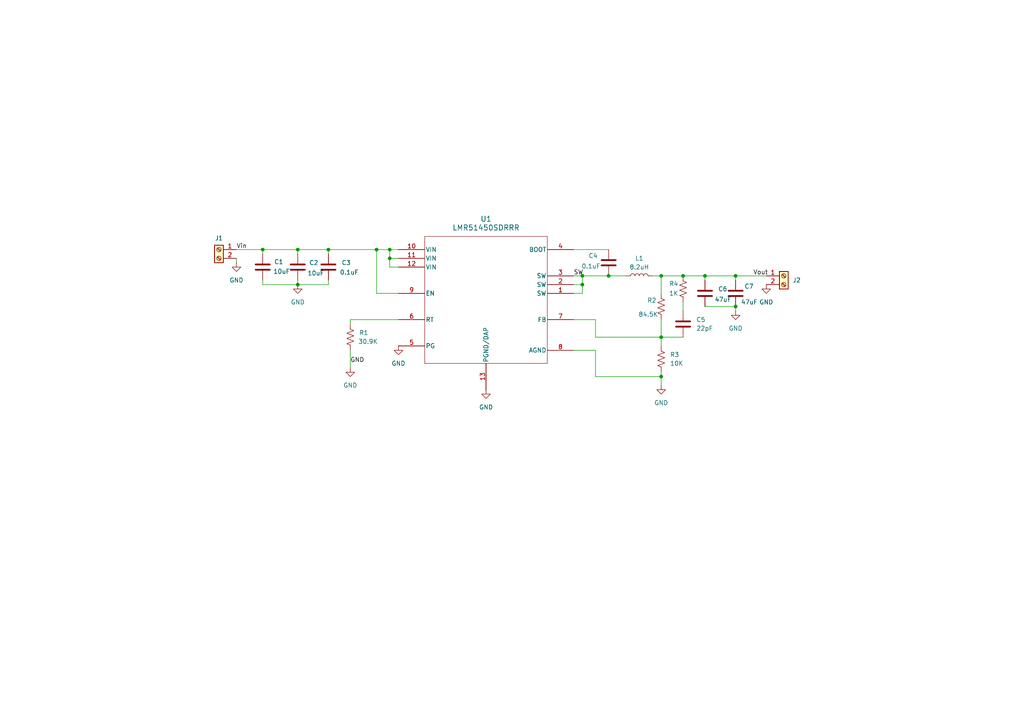
<source format=kicad_sch>
(kicad_sch
	(version 20250114)
	(generator "eeschema")
	(generator_version "9.0")
	(uuid "40ae2bde-ac82-4495-91ac-337fe092d16c")
	(paper "A4")
	(lib_symbols
		(symbol "2025-09-14_18-47-16:LMR51450SDRRR"
			(pin_names
				(offset 0.254)
			)
			(exclude_from_sim no)
			(in_bom yes)
			(on_board yes)
			(property "Reference" "U"
				(at 25.4 10.16 0)
				(effects
					(font
						(size 1.524 1.524)
					)
				)
			)
			(property "Value" "LMR51450SDRRR"
				(at 25.4 7.62 0)
				(effects
					(font
						(size 1.524 1.524)
					)
				)
			)
			(property "Footprint" "WSON_SDRRR_TEX"
				(at -4.064 13.208 0)
				(effects
					(font
						(size 1.27 1.27)
						(italic yes)
					)
					(hide yes)
				)
			)
			(property "Datasheet" "https://www.ti.com/lit/gpn/lmr51450"
				(at 23.368 15.748 0)
				(effects
					(font
						(size 1.27 1.27)
						(italic yes)
					)
					(hide yes)
				)
			)
			(property "Description" ""
				(at 0 0 0)
				(effects
					(font
						(size 1.27 1.27)
					)
					(hide yes)
				)
			)
			(property "ki_locked" ""
				(at 0 0 0)
				(effects
					(font
						(size 1.27 1.27)
					)
				)
			)
			(property "ki_keywords" "LMR51450SDRRR"
				(at 0 0 0)
				(effects
					(font
						(size 1.27 1.27)
					)
					(hide yes)
				)
			)
			(property "ki_fp_filters" "WSON_SDRRR_TEX WSON_SDRRR_TEX-M WSON_SDRRR_TEX-L"
				(at 0 0 0)
				(effects
					(font
						(size 1.27 1.27)
					)
					(hide yes)
				)
			)
			(symbol "LMR51450SDRRR_0_1"
				(polyline
					(pts
						(xy 7.62 5.08) (xy 7.62 -31.75)
					)
					(stroke
						(width 0.127)
						(type default)
					)
					(fill
						(type none)
					)
				)
				(polyline
					(pts
						(xy 43.18 5.08) (xy 7.62 5.08)
					)
					(stroke
						(width 0.127)
						(type default)
					)
					(fill
						(type none)
					)
				)
				(polyline
					(pts
						(xy 43.18 -31.75) (xy 43.18 5.08)
					)
					(stroke
						(width 0.127)
						(type default)
					)
					(fill
						(type none)
					)
				)
				(pin unspecified line
					(at 0 1.27 0)
					(length 7.62)
					(name "VIN"
						(effects
							(font
								(size 1.27 1.27)
							)
						)
					)
					(number "10"
						(effects
							(font
								(size 1.27 1.27)
							)
						)
					)
				)
				(pin unspecified line
					(at 0 -1.27 0)
					(length 7.62)
					(name "VIN"
						(effects
							(font
								(size 1.27 1.27)
							)
						)
					)
					(number "11"
						(effects
							(font
								(size 1.27 1.27)
							)
						)
					)
				)
				(pin unspecified line
					(at 0 -3.81 0)
					(length 7.62)
					(name "VIN"
						(effects
							(font
								(size 1.27 1.27)
							)
						)
					)
					(number "12"
						(effects
							(font
								(size 1.27 1.27)
							)
						)
					)
				)
				(pin unspecified line
					(at 0 -11.43 0)
					(length 7.62)
					(name "EN"
						(effects
							(font
								(size 1.27 1.27)
							)
						)
					)
					(number "9"
						(effects
							(font
								(size 1.27 1.27)
							)
						)
					)
				)
				(pin unspecified line
					(at 0 -26.67 0)
					(length 7.62)
					(name "PG"
						(effects
							(font
								(size 1.27 1.27)
							)
						)
					)
					(number "5"
						(effects
							(font
								(size 1.27 1.27)
							)
						)
					)
				)
				(pin power_out line
					(at 25.4 -39.37 90)
					(length 7.62)
					(name "PGND/DAP"
						(effects
							(font
								(size 1.27 1.27)
							)
						)
					)
					(number "13"
						(effects
							(font
								(size 1.27 1.27)
							)
						)
					)
				)
				(pin unspecified line
					(at 50.8 1.27 180)
					(length 7.62)
					(name "BOOT"
						(effects
							(font
								(size 1.27 1.27)
							)
						)
					)
					(number "4"
						(effects
							(font
								(size 1.27 1.27)
							)
						)
					)
				)
				(pin unspecified line
					(at 50.8 -6.35 180)
					(length 7.62)
					(name "SW"
						(effects
							(font
								(size 1.27 1.27)
							)
						)
					)
					(number "3"
						(effects
							(font
								(size 1.27 1.27)
							)
						)
					)
				)
				(pin unspecified line
					(at 50.8 -8.89 180)
					(length 7.62)
					(name "SW"
						(effects
							(font
								(size 1.27 1.27)
							)
						)
					)
					(number "2"
						(effects
							(font
								(size 1.27 1.27)
							)
						)
					)
				)
				(pin unspecified line
					(at 50.8 -11.43 180)
					(length 7.62)
					(name "SW"
						(effects
							(font
								(size 1.27 1.27)
							)
						)
					)
					(number "1"
						(effects
							(font
								(size 1.27 1.27)
							)
						)
					)
				)
				(pin unspecified line
					(at 50.8 -19.05 180)
					(length 7.62)
					(name "FB"
						(effects
							(font
								(size 1.27 1.27)
							)
						)
					)
					(number "7"
						(effects
							(font
								(size 1.27 1.27)
							)
						)
					)
				)
				(pin power_out line
					(at 50.8 -27.94 180)
					(length 7.62)
					(name "AGND"
						(effects
							(font
								(size 1.27 1.27)
							)
						)
					)
					(number "8"
						(effects
							(font
								(size 1.27 1.27)
							)
						)
					)
				)
			)
			(symbol "LMR51450SDRRR_1_1"
				(polyline
					(pts
						(xy 7.62 -31.75) (xy 43.18 -31.75)
					)
					(stroke
						(width 0.127)
						(type solid)
					)
					(fill
						(type none)
					)
				)
				(pin unspecified line
					(at 0 -19.05 0)
					(length 7.62)
					(name "RT"
						(effects
							(font
								(size 1.27 1.27)
							)
						)
					)
					(number "6"
						(effects
							(font
								(size 1.27 1.27)
							)
						)
					)
				)
			)
			(embedded_fonts no)
		)
		(symbol "Connector:Screw_Terminal_01x02"
			(pin_names
				(offset 1.016)
				(hide yes)
			)
			(exclude_from_sim no)
			(in_bom yes)
			(on_board yes)
			(property "Reference" "J2"
				(at 0 -5.842 0)
				(effects
					(font
						(size 1.27 1.27)
					)
				)
			)
			(property "Value" "Screw_Terminal_01x02"
				(at 0 -6.35 0)
				(effects
					(font
						(size 1.27 1.27)
					)
					(hide yes)
				)
			)
			(property "Footprint" "Connector_Samtec_HPM_THT:Samtec_HPM-02-01-x-S_Straight_1x02_Pitch5.08mm"
				(at 0 0 0)
				(effects
					(font
						(size 1.27 1.27)
					)
					(hide yes)
				)
			)
			(property "Datasheet" "~"
				(at 0 0 0)
				(effects
					(font
						(size 1.27 1.27)
					)
					(hide yes)
				)
			)
			(property "Description" "Generic screw terminal, single row, 01x02, script generated (kicad-library-utils/schlib/autogen/connector/)"
				(at 0 0 0)
				(effects
					(font
						(size 1.27 1.27)
					)
					(hide yes)
				)
			)
			(property "ki_keywords" "screw terminal"
				(at 0 0 0)
				(effects
					(font
						(size 1.27 1.27)
					)
					(hide yes)
				)
			)
			(property "ki_fp_filters" "TerminalBlock*:*"
				(at 0 0 0)
				(effects
					(font
						(size 1.27 1.27)
					)
					(hide yes)
				)
			)
			(symbol "Screw_Terminal_01x02_1_1"
				(rectangle
					(start -1.27 1.27)
					(end 1.27 -3.81)
					(stroke
						(width 0.254)
						(type default)
					)
					(fill
						(type background)
					)
				)
				(polyline
					(pts
						(xy -0.5334 0.3302) (xy 0.3302 -0.508)
					)
					(stroke
						(width 0.1524)
						(type default)
					)
					(fill
						(type none)
					)
				)
				(polyline
					(pts
						(xy -0.5334 -2.2098) (xy 0.3302 -3.048)
					)
					(stroke
						(width 0.1524)
						(type default)
					)
					(fill
						(type none)
					)
				)
				(polyline
					(pts
						(xy -0.3556 0.508) (xy 0.508 -0.3302)
					)
					(stroke
						(width 0.1524)
						(type default)
					)
					(fill
						(type none)
					)
				)
				(polyline
					(pts
						(xy -0.3556 -2.032) (xy 0.508 -2.8702)
					)
					(stroke
						(width 0.1524)
						(type default)
					)
					(fill
						(type none)
					)
				)
				(circle
					(center 0 0)
					(radius 0.635)
					(stroke
						(width 0.1524)
						(type default)
					)
					(fill
						(type none)
					)
				)
				(circle
					(center 0 -2.54)
					(radius 0.635)
					(stroke
						(width 0.1524)
						(type default)
					)
					(fill
						(type none)
					)
				)
				(pin passive line
					(at -5.08 0 0)
					(length 3.81)
					(name "Pin_1"
						(effects
							(font
								(size 1.27 1.27)
							)
						)
					)
					(number "1"
						(effects
							(font
								(size 1.27 1.27)
							)
						)
					)
				)
				(pin passive line
					(at -5.08 -2.54 0)
					(length 3.81)
					(name "Pin_2"
						(effects
							(font
								(size 1.27 1.27)
							)
						)
					)
					(number "2"
						(effects
							(font
								(size 1.27 1.27)
							)
						)
					)
				)
			)
			(embedded_fonts no)
		)
		(symbol "Device:C"
			(pin_numbers
				(hide yes)
			)
			(pin_names
				(offset 0.254)
			)
			(exclude_from_sim no)
			(in_bom yes)
			(on_board yes)
			(property "Reference" "C"
				(at 0.635 2.54 0)
				(effects
					(font
						(size 1.27 1.27)
					)
					(justify left)
				)
			)
			(property "Value" "C"
				(at 0.635 -2.54 0)
				(effects
					(font
						(size 1.27 1.27)
					)
					(justify left)
				)
			)
			(property "Footprint" ""
				(at 0.9652 -3.81 0)
				(effects
					(font
						(size 1.27 1.27)
					)
					(hide yes)
				)
			)
			(property "Datasheet" "~"
				(at 0 0 0)
				(effects
					(font
						(size 1.27 1.27)
					)
					(hide yes)
				)
			)
			(property "Description" "Unpolarized capacitor"
				(at 0 0 0)
				(effects
					(font
						(size 1.27 1.27)
					)
					(hide yes)
				)
			)
			(property "ki_keywords" "cap capacitor"
				(at 0 0 0)
				(effects
					(font
						(size 1.27 1.27)
					)
					(hide yes)
				)
			)
			(property "ki_fp_filters" "C_*"
				(at 0 0 0)
				(effects
					(font
						(size 1.27 1.27)
					)
					(hide yes)
				)
			)
			(symbol "C_0_1"
				(polyline
					(pts
						(xy -2.032 0.762) (xy 2.032 0.762)
					)
					(stroke
						(width 0.508)
						(type default)
					)
					(fill
						(type none)
					)
				)
				(polyline
					(pts
						(xy -2.032 -0.762) (xy 2.032 -0.762)
					)
					(stroke
						(width 0.508)
						(type default)
					)
					(fill
						(type none)
					)
				)
			)
			(symbol "C_1_1"
				(pin passive line
					(at 0 3.81 270)
					(length 2.794)
					(name "~"
						(effects
							(font
								(size 1.27 1.27)
							)
						)
					)
					(number "1"
						(effects
							(font
								(size 1.27 1.27)
							)
						)
					)
				)
				(pin passive line
					(at 0 -3.81 90)
					(length 2.794)
					(name "~"
						(effects
							(font
								(size 1.27 1.27)
							)
						)
					)
					(number "2"
						(effects
							(font
								(size 1.27 1.27)
							)
						)
					)
				)
			)
			(embedded_fonts no)
		)
		(symbol "Device:L"
			(pin_numbers
				(hide yes)
			)
			(pin_names
				(offset 1.016)
				(hide yes)
			)
			(exclude_from_sim no)
			(in_bom yes)
			(on_board yes)
			(property "Reference" "L"
				(at -1.27 0 90)
				(effects
					(font
						(size 1.27 1.27)
					)
				)
			)
			(property "Value" "L"
				(at 1.905 0 90)
				(effects
					(font
						(size 1.27 1.27)
					)
				)
			)
			(property "Footprint" ""
				(at 0 0 0)
				(effects
					(font
						(size 1.27 1.27)
					)
					(hide yes)
				)
			)
			(property "Datasheet" "~"
				(at 0 0 0)
				(effects
					(font
						(size 1.27 1.27)
					)
					(hide yes)
				)
			)
			(property "Description" "Inductor"
				(at 0 0 0)
				(effects
					(font
						(size 1.27 1.27)
					)
					(hide yes)
				)
			)
			(property "ki_keywords" "inductor choke coil reactor magnetic"
				(at 0 0 0)
				(effects
					(font
						(size 1.27 1.27)
					)
					(hide yes)
				)
			)
			(property "ki_fp_filters" "Choke_* *Coil* Inductor_* L_*"
				(at 0 0 0)
				(effects
					(font
						(size 1.27 1.27)
					)
					(hide yes)
				)
			)
			(symbol "L_0_1"
				(arc
					(start 0 2.54)
					(mid 0.6323 1.905)
					(end 0 1.27)
					(stroke
						(width 0)
						(type default)
					)
					(fill
						(type none)
					)
				)
				(arc
					(start 0 1.27)
					(mid 0.6323 0.635)
					(end 0 0)
					(stroke
						(width 0)
						(type default)
					)
					(fill
						(type none)
					)
				)
				(arc
					(start 0 0)
					(mid 0.6323 -0.635)
					(end 0 -1.27)
					(stroke
						(width 0)
						(type default)
					)
					(fill
						(type none)
					)
				)
				(arc
					(start 0 -1.27)
					(mid 0.6323 -1.905)
					(end 0 -2.54)
					(stroke
						(width 0)
						(type default)
					)
					(fill
						(type none)
					)
				)
			)
			(symbol "L_1_1"
				(pin passive line
					(at 0 3.81 270)
					(length 1.27)
					(name "1"
						(effects
							(font
								(size 1.27 1.27)
							)
						)
					)
					(number "1"
						(effects
							(font
								(size 1.27 1.27)
							)
						)
					)
				)
				(pin passive line
					(at 0 -3.81 90)
					(length 1.27)
					(name "2"
						(effects
							(font
								(size 1.27 1.27)
							)
						)
					)
					(number "2"
						(effects
							(font
								(size 1.27 1.27)
							)
						)
					)
				)
			)
			(embedded_fonts no)
		)
		(symbol "Device:R_US"
			(pin_numbers
				(hide yes)
			)
			(pin_names
				(offset 0)
			)
			(exclude_from_sim no)
			(in_bom yes)
			(on_board yes)
			(property "Reference" "R"
				(at 2.54 0 90)
				(effects
					(font
						(size 1.27 1.27)
					)
				)
			)
			(property "Value" "R_US"
				(at -2.54 0 90)
				(effects
					(font
						(size 1.27 1.27)
					)
				)
			)
			(property "Footprint" ""
				(at 1.016 -0.254 90)
				(effects
					(font
						(size 1.27 1.27)
					)
					(hide yes)
				)
			)
			(property "Datasheet" "~"
				(at 0 0 0)
				(effects
					(font
						(size 1.27 1.27)
					)
					(hide yes)
				)
			)
			(property "Description" "Resistor, US symbol"
				(at 0 0 0)
				(effects
					(font
						(size 1.27 1.27)
					)
					(hide yes)
				)
			)
			(property "ki_keywords" "R res resistor"
				(at 0 0 0)
				(effects
					(font
						(size 1.27 1.27)
					)
					(hide yes)
				)
			)
			(property "ki_fp_filters" "R_*"
				(at 0 0 0)
				(effects
					(font
						(size 1.27 1.27)
					)
					(hide yes)
				)
			)
			(symbol "R_US_0_1"
				(polyline
					(pts
						(xy 0 2.286) (xy 0 2.54)
					)
					(stroke
						(width 0)
						(type default)
					)
					(fill
						(type none)
					)
				)
				(polyline
					(pts
						(xy 0 2.286) (xy 1.016 1.905) (xy 0 1.524) (xy -1.016 1.143) (xy 0 0.762)
					)
					(stroke
						(width 0)
						(type default)
					)
					(fill
						(type none)
					)
				)
				(polyline
					(pts
						(xy 0 0.762) (xy 1.016 0.381) (xy 0 0) (xy -1.016 -0.381) (xy 0 -0.762)
					)
					(stroke
						(width 0)
						(type default)
					)
					(fill
						(type none)
					)
				)
				(polyline
					(pts
						(xy 0 -0.762) (xy 1.016 -1.143) (xy 0 -1.524) (xy -1.016 -1.905) (xy 0 -2.286)
					)
					(stroke
						(width 0)
						(type default)
					)
					(fill
						(type none)
					)
				)
				(polyline
					(pts
						(xy 0 -2.286) (xy 0 -2.54)
					)
					(stroke
						(width 0)
						(type default)
					)
					(fill
						(type none)
					)
				)
			)
			(symbol "R_US_1_1"
				(pin passive line
					(at 0 3.81 270)
					(length 1.27)
					(name "~"
						(effects
							(font
								(size 1.27 1.27)
							)
						)
					)
					(number "1"
						(effects
							(font
								(size 1.27 1.27)
							)
						)
					)
				)
				(pin passive line
					(at 0 -3.81 90)
					(length 1.27)
					(name "~"
						(effects
							(font
								(size 1.27 1.27)
							)
						)
					)
					(number "2"
						(effects
							(font
								(size 1.27 1.27)
							)
						)
					)
				)
			)
			(embedded_fonts no)
		)
		(symbol "Screw_Terminal_01x02_1"
			(pin_names
				(offset 1.016)
				(hide yes)
			)
			(exclude_from_sim no)
			(in_bom yes)
			(on_board yes)
			(property "Reference" "J1"
				(at 0 -8.89 0)
				(effects
					(font
						(size 1.27 1.27)
					)
				)
			)
			(property "Value" "Screw_Terminal_01x02"
				(at 0 -6.35 0)
				(effects
					(font
						(size 1.27 1.27)
					)
				)
			)
			(property "Footprint" ""
				(at 0 0 0)
				(effects
					(font
						(size 1.27 1.27)
					)
					(hide yes)
				)
			)
			(property "Datasheet" "~"
				(at 0 0 0)
				(effects
					(font
						(size 1.27 1.27)
					)
					(hide yes)
				)
			)
			(property "Description" "Generic screw terminal, single row, 01x02, script generated (kicad-library-utils/schlib/autogen/connector/)"
				(at 0 0 0)
				(effects
					(font
						(size 1.27 1.27)
					)
					(hide yes)
				)
			)
			(property "ki_keywords" "screw terminal"
				(at 0 0 0)
				(effects
					(font
						(size 1.27 1.27)
					)
					(hide yes)
				)
			)
			(property "ki_fp_filters" "TerminalBlock*:*"
				(at 0 0 0)
				(effects
					(font
						(size 1.27 1.27)
					)
					(hide yes)
				)
			)
			(symbol "Screw_Terminal_01x02_1_1_1"
				(rectangle
					(start -1.27 1.27)
					(end 1.27 -3.81)
					(stroke
						(width 0.254)
						(type default)
					)
					(fill
						(type background)
					)
				)
				(polyline
					(pts
						(xy -0.5334 0.3302) (xy 0.3302 -0.508)
					)
					(stroke
						(width 0.1524)
						(type default)
					)
					(fill
						(type none)
					)
				)
				(polyline
					(pts
						(xy -0.5334 -2.2098) (xy 0.3302 -3.048)
					)
					(stroke
						(width 0.1524)
						(type default)
					)
					(fill
						(type none)
					)
				)
				(polyline
					(pts
						(xy -0.3556 0.508) (xy 0.508 -0.3302)
					)
					(stroke
						(width 0.1524)
						(type default)
					)
					(fill
						(type none)
					)
				)
				(polyline
					(pts
						(xy -0.3556 -2.032) (xy 0.508 -2.8702)
					)
					(stroke
						(width 0.1524)
						(type default)
					)
					(fill
						(type none)
					)
				)
				(circle
					(center 0 0)
					(radius 0.635)
					(stroke
						(width 0.1524)
						(type default)
					)
					(fill
						(type none)
					)
				)
				(circle
					(center 0 -2.54)
					(radius 0.635)
					(stroke
						(width 0.1524)
						(type default)
					)
					(fill
						(type none)
					)
				)
				(pin passive line
					(at -5.08 0 0)
					(length 3.81)
					(name "Pin_2"
						(effects
							(font
								(size 1.27 1.27)
							)
						)
					)
					(number "2"
						(effects
							(font
								(size 1.27 1.27)
							)
						)
					)
				)
				(pin passive line
					(at -5.08 -2.54 0)
					(length 3.81)
					(name "Pin_1"
						(effects
							(font
								(size 1.27 1.27)
							)
						)
					)
					(number "1"
						(effects
							(font
								(size 1.27 1.27)
							)
						)
					)
				)
			)
			(embedded_fonts no)
		)
		(symbol "power:GND"
			(power)
			(pin_numbers
				(hide yes)
			)
			(pin_names
				(offset 0)
				(hide yes)
			)
			(exclude_from_sim no)
			(in_bom yes)
			(on_board yes)
			(property "Reference" "#PWR"
				(at 0 -6.35 0)
				(effects
					(font
						(size 1.27 1.27)
					)
					(hide yes)
				)
			)
			(property "Value" "GND"
				(at 0 -3.81 0)
				(effects
					(font
						(size 1.27 1.27)
					)
				)
			)
			(property "Footprint" ""
				(at 0 0 0)
				(effects
					(font
						(size 1.27 1.27)
					)
					(hide yes)
				)
			)
			(property "Datasheet" ""
				(at 0 0 0)
				(effects
					(font
						(size 1.27 1.27)
					)
					(hide yes)
				)
			)
			(property "Description" "Power symbol creates a global label with name \"GND\" , ground"
				(at 0 0 0)
				(effects
					(font
						(size 1.27 1.27)
					)
					(hide yes)
				)
			)
			(property "ki_keywords" "global power"
				(at 0 0 0)
				(effects
					(font
						(size 1.27 1.27)
					)
					(hide yes)
				)
			)
			(symbol "GND_0_1"
				(polyline
					(pts
						(xy 0 0) (xy 0 -1.27) (xy 1.27 -1.27) (xy 0 -2.54) (xy -1.27 -1.27) (xy 0 -1.27)
					)
					(stroke
						(width 0)
						(type default)
					)
					(fill
						(type none)
					)
				)
			)
			(symbol "GND_1_1"
				(pin power_in line
					(at 0 0 270)
					(length 0)
					(name "~"
						(effects
							(font
								(size 1.27 1.27)
							)
						)
					)
					(number "1"
						(effects
							(font
								(size 1.27 1.27)
							)
						)
					)
				)
			)
			(embedded_fonts no)
		)
	)
	(junction
		(at 86.36 72.39)
		(diameter 0)
		(color 0 0 0 0)
		(uuid "177b0974-b7c0-4763-b447-c737b0b91332")
	)
	(junction
		(at 198.12 80.01)
		(diameter 0)
		(color 0 0 0 0)
		(uuid "2a769ea3-a856-4098-b3d0-2e0296d4a3ec")
	)
	(junction
		(at 213.36 88.9)
		(diameter 0)
		(color 0 0 0 0)
		(uuid "2b163571-bd23-4f87-bf73-7394d92a1bc3")
	)
	(junction
		(at 109.22 72.39)
		(diameter 0)
		(color 0 0 0 0)
		(uuid "3b215bf6-6ec1-4a7f-a524-c3dfa5067137")
	)
	(junction
		(at 76.2 72.39)
		(diameter 0)
		(color 0 0 0 0)
		(uuid "4c2713d3-c992-4776-b11f-4dba709a4724")
	)
	(junction
		(at 176.53 80.01)
		(diameter 0)
		(color 0 0 0 0)
		(uuid "6749e854-b482-492e-a0a2-8645e804fb80")
	)
	(junction
		(at 86.36 82.55)
		(diameter 0)
		(color 0 0 0 0)
		(uuid "a0bad75b-892e-455b-abb1-94ab62e894ef")
	)
	(junction
		(at 95.25 72.39)
		(diameter 0)
		(color 0 0 0 0)
		(uuid "a9d99d75-28d6-408e-b545-fc8b298ab230")
	)
	(junction
		(at 213.36 80.01)
		(diameter 0)
		(color 0 0 0 0)
		(uuid "bb23c7ad-2828-4441-958b-625c056c3046")
	)
	(junction
		(at 204.47 80.01)
		(diameter 0)
		(color 0 0 0 0)
		(uuid "cbda7bb2-4031-48f3-9877-6fe972805f2a")
	)
	(junction
		(at 168.91 82.55)
		(diameter 0)
		(color 0 0 0 0)
		(uuid "cfb2036a-af66-4c8e-bebd-bd1f4b845f08")
	)
	(junction
		(at 191.77 109.22)
		(diameter 0)
		(color 0 0 0 0)
		(uuid "e1496f9c-6dc0-40b9-8f73-f09731f51286")
	)
	(junction
		(at 191.77 97.79)
		(diameter 0)
		(color 0 0 0 0)
		(uuid "e1f1ee5c-cb94-4748-a0fe-859b1dde711b")
	)
	(junction
		(at 168.91 80.01)
		(diameter 0)
		(color 0 0 0 0)
		(uuid "ec29e46c-c303-470c-bb4b-ecf89058b467")
	)
	(junction
		(at 191.77 80.01)
		(diameter 0)
		(color 0 0 0 0)
		(uuid "f4748bc8-85b2-4b58-a6fe-7011cbf19feb")
	)
	(junction
		(at 113.03 74.93)
		(diameter 0)
		(color 0 0 0 0)
		(uuid "f91326ca-43cd-490f-bd4e-20effdec3892")
	)
	(junction
		(at 113.03 72.39)
		(diameter 0)
		(color 0 0 0 0)
		(uuid "ff012461-132b-4fb4-96db-e7b76cab8951")
	)
	(wire
		(pts
			(xy 115.57 77.47) (xy 113.03 77.47)
		)
		(stroke
			(width 0)
			(type default)
		)
		(uuid "06b6316f-2e1f-4d07-853d-3ee5de9db337")
	)
	(wire
		(pts
			(xy 95.25 72.39) (xy 109.22 72.39)
		)
		(stroke
			(width 0)
			(type default)
		)
		(uuid "0a95e7be-a7d8-407f-be37-7860f6e6f6bc")
	)
	(wire
		(pts
			(xy 113.03 74.93) (xy 115.57 74.93)
		)
		(stroke
			(width 0)
			(type default)
		)
		(uuid "1063532c-a223-4b81-8e6c-a4d92b730ece")
	)
	(wire
		(pts
			(xy 95.25 81.28) (xy 95.25 82.55)
		)
		(stroke
			(width 0)
			(type default)
		)
		(uuid "11b26688-d3a8-4b5c-b035-d558dc6bf5a4")
	)
	(wire
		(pts
			(xy 172.72 97.79) (xy 191.77 97.79)
		)
		(stroke
			(width 0)
			(type default)
		)
		(uuid "19d5d20d-cedb-4db2-b371-606850459043")
	)
	(wire
		(pts
			(xy 166.37 80.01) (xy 168.91 80.01)
		)
		(stroke
			(width 0)
			(type default)
		)
		(uuid "1ef5c306-b35c-4941-b01e-ddbf7b02607a")
	)
	(wire
		(pts
			(xy 76.2 72.39) (xy 76.2 73.66)
		)
		(stroke
			(width 0)
			(type default)
		)
		(uuid "22b78260-16ec-45d5-949a-195cff2df3f4")
	)
	(wire
		(pts
			(xy 204.47 80.01) (xy 204.47 81.28)
		)
		(stroke
			(width 0)
			(type default)
		)
		(uuid "2698dc6b-e21e-4c89-b84e-3787268a481b")
	)
	(wire
		(pts
			(xy 95.25 72.39) (xy 95.25 73.66)
		)
		(stroke
			(width 0)
			(type default)
		)
		(uuid "305fba29-5dae-4769-ae50-0ce02651ebd8")
	)
	(wire
		(pts
			(xy 115.57 85.09) (xy 109.22 85.09)
		)
		(stroke
			(width 0)
			(type default)
		)
		(uuid "307db296-99fa-4baa-bef0-9aad37389ed6")
	)
	(wire
		(pts
			(xy 191.77 80.01) (xy 198.12 80.01)
		)
		(stroke
			(width 0)
			(type default)
		)
		(uuid "32724e9e-50be-4238-a459-b8f1a1c05a4d")
	)
	(wire
		(pts
			(xy 86.36 72.39) (xy 86.36 73.66)
		)
		(stroke
			(width 0)
			(type default)
		)
		(uuid "37e8a962-5b48-41f0-9ae5-a9ef40b556e0")
	)
	(wire
		(pts
			(xy 172.72 92.71) (xy 172.72 97.79)
		)
		(stroke
			(width 0)
			(type default)
		)
		(uuid "3b9b72fa-7eaa-4d68-961f-8c4094973a84")
	)
	(wire
		(pts
			(xy 213.36 88.9) (xy 213.36 90.17)
		)
		(stroke
			(width 0)
			(type default)
		)
		(uuid "4bbbe491-2580-48e5-8a86-6c2473d5db5b")
	)
	(wire
		(pts
			(xy 95.25 82.55) (xy 86.36 82.55)
		)
		(stroke
			(width 0)
			(type default)
		)
		(uuid "54c40463-3b5d-4f64-8cad-e615fa54d07a")
	)
	(wire
		(pts
			(xy 191.77 109.22) (xy 191.77 111.76)
		)
		(stroke
			(width 0)
			(type default)
		)
		(uuid "554f4ab4-7dae-4ea6-b389-e6d1ae92ada5")
	)
	(wire
		(pts
			(xy 115.57 92.71) (xy 101.6 92.71)
		)
		(stroke
			(width 0)
			(type default)
		)
		(uuid "5666bac4-aa13-4eb9-9d0e-cff0631ba1f1")
	)
	(wire
		(pts
			(xy 113.03 74.93) (xy 113.03 72.39)
		)
		(stroke
			(width 0)
			(type default)
		)
		(uuid "5f629e76-d5cf-40bb-8af5-41e55d828ed4")
	)
	(wire
		(pts
			(xy 113.03 72.39) (xy 115.57 72.39)
		)
		(stroke
			(width 0)
			(type default)
		)
		(uuid "63843d77-ce9e-4c59-9c64-a19a0b103a94")
	)
	(wire
		(pts
			(xy 191.77 92.71) (xy 191.77 97.79)
		)
		(stroke
			(width 0)
			(type default)
		)
		(uuid "63a0796b-dc58-4d78-9a96-a9d05358ca4a")
	)
	(wire
		(pts
			(xy 172.72 101.6) (xy 172.72 109.22)
		)
		(stroke
			(width 0)
			(type default)
		)
		(uuid "6a26b23a-4946-42fe-922e-8981402bcb32")
	)
	(wire
		(pts
			(xy 191.77 80.01) (xy 191.77 85.09)
		)
		(stroke
			(width 0)
			(type default)
		)
		(uuid "71c09345-8547-46bb-b5c0-697ed1aa7fce")
	)
	(wire
		(pts
			(xy 68.58 72.39) (xy 76.2 72.39)
		)
		(stroke
			(width 0)
			(type default)
		)
		(uuid "743128d0-6fe8-44da-8716-b7c7c32a86bc")
	)
	(wire
		(pts
			(xy 213.36 80.01) (xy 213.36 81.28)
		)
		(stroke
			(width 0)
			(type default)
		)
		(uuid "7a1ac933-0831-4341-a57f-098f32ac1da9")
	)
	(wire
		(pts
			(xy 191.77 107.95) (xy 191.77 109.22)
		)
		(stroke
			(width 0)
			(type default)
		)
		(uuid "82c25b3e-9dad-42bc-8346-c1e2c1689ab1")
	)
	(wire
		(pts
			(xy 191.77 97.79) (xy 198.12 97.79)
		)
		(stroke
			(width 0)
			(type default)
		)
		(uuid "89055e45-bee8-4941-a2ba-2a64e9e77a63")
	)
	(wire
		(pts
			(xy 76.2 72.39) (xy 86.36 72.39)
		)
		(stroke
			(width 0)
			(type default)
		)
		(uuid "8cf027ad-0152-4b0c-9244-c2a647f83834")
	)
	(wire
		(pts
			(xy 204.47 80.01) (xy 213.36 80.01)
		)
		(stroke
			(width 0)
			(type default)
		)
		(uuid "9344ff60-22ca-4c6f-afaa-eaa4a14cf5e9")
	)
	(wire
		(pts
			(xy 204.47 88.9) (xy 213.36 88.9)
		)
		(stroke
			(width 0)
			(type default)
		)
		(uuid "9508407a-9315-4cf7-ba0a-5bcd7e78e8bf")
	)
	(wire
		(pts
			(xy 172.72 109.22) (xy 191.77 109.22)
		)
		(stroke
			(width 0)
			(type default)
		)
		(uuid "99af43ab-b2aa-49de-aff7-c046d1b7e2bf")
	)
	(wire
		(pts
			(xy 166.37 72.39) (xy 176.53 72.39)
		)
		(stroke
			(width 0)
			(type default)
		)
		(uuid "9a522834-14e7-474a-94e2-f42d9decbba5")
	)
	(wire
		(pts
			(xy 68.58 76.2) (xy 68.58 74.93)
		)
		(stroke
			(width 0)
			(type default)
		)
		(uuid "9df20dbe-0f58-4065-ac8f-4397d0ef4125")
	)
	(wire
		(pts
			(xy 198.12 80.01) (xy 204.47 80.01)
		)
		(stroke
			(width 0)
			(type default)
		)
		(uuid "a41e67af-ba2f-4f90-9f87-78db8db9db6e")
	)
	(wire
		(pts
			(xy 166.37 92.71) (xy 172.72 92.71)
		)
		(stroke
			(width 0)
			(type default)
		)
		(uuid "a7a49041-52cb-46ea-9be4-08f30de26d49")
	)
	(wire
		(pts
			(xy 109.22 85.09) (xy 109.22 72.39)
		)
		(stroke
			(width 0)
			(type default)
		)
		(uuid "acd5fe9e-e61f-45da-85c8-5b4f40a493ef")
	)
	(wire
		(pts
			(xy 76.2 81.28) (xy 76.2 82.55)
		)
		(stroke
			(width 0)
			(type default)
		)
		(uuid "ad790f68-9b8e-485e-a13d-c9d8f5b07ac5")
	)
	(wire
		(pts
			(xy 101.6 92.71) (xy 101.6 93.98)
		)
		(stroke
			(width 0)
			(type default)
		)
		(uuid "b4f7c4a9-2027-4bf9-80e0-6941124900cb")
	)
	(wire
		(pts
			(xy 168.91 80.01) (xy 176.53 80.01)
		)
		(stroke
			(width 0)
			(type default)
		)
		(uuid "bd21f20e-c6b4-4650-9077-fc50955e0f51")
	)
	(wire
		(pts
			(xy 166.37 85.09) (xy 168.91 85.09)
		)
		(stroke
			(width 0)
			(type default)
		)
		(uuid "c4b65603-2de0-4ccf-8f03-ac36c7044969")
	)
	(wire
		(pts
			(xy 109.22 72.39) (xy 113.03 72.39)
		)
		(stroke
			(width 0)
			(type default)
		)
		(uuid "c8f26d18-cb4a-4a29-be8e-80ebd9949e20")
	)
	(wire
		(pts
			(xy 101.6 101.6) (xy 101.6 106.68)
		)
		(stroke
			(width 0)
			(type default)
		)
		(uuid "ccab2d54-18e4-43ec-852e-ca2e6e241959")
	)
	(wire
		(pts
			(xy 189.23 80.01) (xy 191.77 80.01)
		)
		(stroke
			(width 0)
			(type default)
		)
		(uuid "cd7ce459-8305-4c27-8d48-147d722762ba")
	)
	(wire
		(pts
			(xy 191.77 97.79) (xy 191.77 100.33)
		)
		(stroke
			(width 0)
			(type default)
		)
		(uuid "cefc4509-d63e-4691-a05a-839ac00e4a79")
	)
	(wire
		(pts
			(xy 113.03 77.47) (xy 113.03 74.93)
		)
		(stroke
			(width 0)
			(type default)
		)
		(uuid "d7713e1b-37fa-40a8-8a30-b1ee85e8781a")
	)
	(wire
		(pts
			(xy 176.53 80.01) (xy 181.61 80.01)
		)
		(stroke
			(width 0)
			(type default)
		)
		(uuid "d7e4741d-6d65-4fe8-8d6f-cc6ba22620bf")
	)
	(wire
		(pts
			(xy 86.36 81.28) (xy 86.36 82.55)
		)
		(stroke
			(width 0)
			(type default)
		)
		(uuid "d8b9a14a-3416-488c-8bab-1f062a2cec82")
	)
	(wire
		(pts
			(xy 213.36 80.01) (xy 222.25 80.01)
		)
		(stroke
			(width 0)
			(type default)
		)
		(uuid "de4fa9f9-ce4b-46cf-a8ea-b63fa3265e8b")
	)
	(wire
		(pts
			(xy 76.2 82.55) (xy 86.36 82.55)
		)
		(stroke
			(width 0)
			(type default)
		)
		(uuid "e28054c0-8ef5-4a86-96f7-ff975bd230f8")
	)
	(wire
		(pts
			(xy 198.12 87.63) (xy 198.12 90.17)
		)
		(stroke
			(width 0)
			(type default)
		)
		(uuid "e81d2833-3b36-4b4e-9d5b-8babc39ebe3e")
	)
	(wire
		(pts
			(xy 168.91 80.01) (xy 168.91 82.55)
		)
		(stroke
			(width 0)
			(type default)
		)
		(uuid "eba1efb4-2727-4a36-9a8d-a19475f3c16b")
	)
	(wire
		(pts
			(xy 86.36 72.39) (xy 95.25 72.39)
		)
		(stroke
			(width 0)
			(type default)
		)
		(uuid "f6197e59-c591-4594-aeb2-9da1e77f8c0c")
	)
	(wire
		(pts
			(xy 166.37 101.6) (xy 172.72 101.6)
		)
		(stroke
			(width 0)
			(type default)
		)
		(uuid "facdc099-7b31-4b21-9cde-9e8826ee8fa9")
	)
	(wire
		(pts
			(xy 168.91 82.55) (xy 168.91 85.09)
		)
		(stroke
			(width 0)
			(type default)
		)
		(uuid "fbfd3c79-bbe6-4558-8beb-c1c99ec571a9")
	)
	(wire
		(pts
			(xy 166.37 82.55) (xy 168.91 82.55)
		)
		(stroke
			(width 0)
			(type default)
		)
		(uuid "fd2181c2-d4cf-433f-b0fd-8d6062946401")
	)
	(label "Vin"
		(at 68.58 72.39 0)
		(effects
			(font
				(size 1.27 1.27)
			)
			(justify left bottom)
		)
		(uuid "3cc85f46-0d2e-4a15-904a-293f0af18403")
	)
	(label "SW"
		(at 166.37 80.01 0)
		(effects
			(font
				(size 1.27 1.27)
			)
			(justify left bottom)
		)
		(uuid "788ac90a-1e7d-4f9c-8fc4-9df1d6c8151b")
	)
	(label "GND"
		(at 101.6 105.41 0)
		(effects
			(font
				(size 1.27 1.27)
			)
			(justify left bottom)
		)
		(uuid "ed5b9ebe-02e6-4843-a5b3-084fc58a3501")
	)
	(label "Vout"
		(at 218.44 80.01 0)
		(effects
			(font
				(size 1.27 1.27)
			)
			(justify left bottom)
		)
		(uuid "fe03ece7-4f2e-4d6e-b3a6-8707e0f6fb92")
	)
	(symbol
		(lib_id "Connector:Screw_Terminal_01x02")
		(at 227.33 80.01 0)
		(unit 1)
		(exclude_from_sim no)
		(in_bom yes)
		(on_board yes)
		(dnp no)
		(fields_autoplaced yes)
		(uuid "0d7fb8f2-ee76-41b6-805f-2345e175a359")
		(property "Reference" "J2"
			(at 229.87 81.2799 0)
			(effects
				(font
					(size 1.27 1.27)
				)
				(justify left)
			)
		)
		(property "Value" "Screw_Terminal_01x02"
			(at 227.33 86.36 0)
			(effects
				(font
					(size 1.27 1.27)
				)
				(hide yes)
			)
		)
		(property "Footprint" "Connector_Samtec_HPM_THT:Samtec_HPM-02-01-x-S_Straight_1x02_Pitch5.08mm"
			(at 227.33 80.01 0)
			(effects
				(font
					(size 1.27 1.27)
				)
				(hide yes)
			)
		)
		(property "Datasheet" "~"
			(at 227.33 80.01 0)
			(effects
				(font
					(size 1.27 1.27)
				)
				(hide yes)
			)
		)
		(property "Description" "Generic screw terminal, single row, 01x02, script generated (kicad-library-utils/schlib/autogen/connector/)"
			(at 227.33 80.01 0)
			(effects
				(font
					(size 1.27 1.27)
				)
				(hide yes)
			)
		)
		(pin "2"
			(uuid "b634fdc7-632f-4b27-a249-eb8915a40e3e")
		)
		(pin "1"
			(uuid "3e6ac0fa-80cd-4852-b9b9-ee2341112119")
		)
		(instances
			(project ""
				(path "/40ae2bde-ac82-4495-91ac-337fe092d16c"
					(reference "J2")
					(unit 1)
				)
			)
		)
	)
	(symbol
		(lib_id "Device:C")
		(at 198.12 93.98 0)
		(unit 1)
		(exclude_from_sim no)
		(in_bom yes)
		(on_board yes)
		(dnp no)
		(fields_autoplaced yes)
		(uuid "1fb22ba1-04d2-413d-90b8-4eb825977f20")
		(property "Reference" "C5"
			(at 201.93 92.7099 0)
			(effects
				(font
					(size 1.27 1.27)
				)
				(justify left)
			)
		)
		(property "Value" "22pF"
			(at 201.93 95.2499 0)
			(effects
				(font
					(size 1.27 1.27)
				)
				(justify left)
			)
		)
		(property "Footprint" "Capacitor_SMD:C_0805_2012Metric"
			(at 199.0852 97.79 0)
			(effects
				(font
					(size 1.27 1.27)
				)
				(hide yes)
			)
		)
		(property "Datasheet" "~"
			(at 198.12 93.98 0)
			(effects
				(font
					(size 1.27 1.27)
				)
				(hide yes)
			)
		)
		(property "Description" "Unpolarized capacitor"
			(at 198.12 93.98 0)
			(effects
				(font
					(size 1.27 1.27)
				)
				(hide yes)
			)
		)
		(pin "2"
			(uuid "8a7418b7-aa3d-4818-95c7-a4cfab59eb04")
		)
		(pin "1"
			(uuid "22bf4144-9fd3-48ce-a750-8dc3462d9732")
		)
		(instances
			(project "Buck_Converter"
				(path "/40ae2bde-ac82-4495-91ac-337fe092d16c"
					(reference "C5")
					(unit 1)
				)
			)
		)
	)
	(symbol
		(lib_id "Device:R_US")
		(at 191.77 104.14 0)
		(unit 1)
		(exclude_from_sim no)
		(in_bom yes)
		(on_board yes)
		(dnp no)
		(fields_autoplaced yes)
		(uuid "1fc7a2ea-9532-47a0-85ef-49cb0e99c4a1")
		(property "Reference" "R3"
			(at 194.31 102.8699 0)
			(effects
				(font
					(size 1.27 1.27)
				)
				(justify left)
			)
		)
		(property "Value" "10K"
			(at 194.31 105.4099 0)
			(effects
				(font
					(size 1.27 1.27)
				)
				(justify left)
			)
		)
		(property "Footprint" "Resistor_SMD:R_0805_2012Metric"
			(at 192.786 104.394 90)
			(effects
				(font
					(size 1.27 1.27)
				)
				(hide yes)
			)
		)
		(property "Datasheet" "~"
			(at 191.77 104.14 0)
			(effects
				(font
					(size 1.27 1.27)
				)
				(hide yes)
			)
		)
		(property "Description" "Resistor, US symbol"
			(at 191.77 104.14 0)
			(effects
				(font
					(size 1.27 1.27)
				)
				(hide yes)
			)
		)
		(pin "2"
			(uuid "a3164a3a-85c5-4537-889d-6b6f54a4af61")
		)
		(pin "1"
			(uuid "ddf53b1f-0bc2-4ee1-89a1-0a8433438b15")
		)
		(instances
			(project "Buck_Converter"
				(path "/40ae2bde-ac82-4495-91ac-337fe092d16c"
					(reference "R3")
					(unit 1)
				)
			)
		)
	)
	(symbol
		(lib_id "Device:L")
		(at 185.42 80.01 90)
		(unit 1)
		(exclude_from_sim no)
		(in_bom yes)
		(on_board yes)
		(dnp no)
		(fields_autoplaced yes)
		(uuid "202dd42f-c752-40a5-8484-88d3ac6d2ee9")
		(property "Reference" "L1"
			(at 185.42 74.93 90)
			(effects
				(font
					(size 1.27 1.27)
				)
			)
		)
		(property "Value" "8.2uH"
			(at 185.42 77.47 90)
			(effects
				(font
					(size 1.27 1.27)
				)
			)
		)
		(property "Footprint" "Inductor_SMD_Wurth1:L_Wurth_WE-MXGI-5030"
			(at 185.42 80.01 0)
			(effects
				(font
					(size 1.27 1.27)
				)
				(hide yes)
			)
		)
		(property "Datasheet" "~"
			(at 185.42 80.01 0)
			(effects
				(font
					(size 1.27 1.27)
				)
				(hide yes)
			)
		)
		(property "Description" "Inductor"
			(at 185.42 80.01 0)
			(effects
				(font
					(size 1.27 1.27)
				)
				(hide yes)
			)
		)
		(pin "2"
			(uuid "ca380f2b-9d16-4bc4-b8dd-0993cc5fe02d")
		)
		(pin "1"
			(uuid "c79303d9-bb47-4916-8424-7147977d3537")
		)
		(instances
			(project "Buck_Converter"
				(path "/40ae2bde-ac82-4495-91ac-337fe092d16c"
					(reference "L1")
					(unit 1)
				)
			)
		)
	)
	(symbol
		(lib_id "Device:C")
		(at 86.36 77.47 0)
		(unit 1)
		(exclude_from_sim no)
		(in_bom yes)
		(on_board yes)
		(dnp no)
		(uuid "24ee570c-0d60-4f0f-8aab-3f611a48d2a0")
		(property "Reference" "C2"
			(at 89.662 76.2 0)
			(effects
				(font
					(size 1.27 1.27)
				)
				(justify left)
			)
		)
		(property "Value" "10uF"
			(at 89.154 79.248 0)
			(effects
				(font
					(size 1.27 1.27)
				)
				(justify left)
			)
		)
		(property "Footprint" "Capacitor_SMD:C_1206_3216Metric"
			(at 87.3252 81.28 0)
			(effects
				(font
					(size 1.27 1.27)
				)
				(hide yes)
			)
		)
		(property "Datasheet" "~"
			(at 86.36 77.47 0)
			(effects
				(font
					(size 1.27 1.27)
				)
				(hide yes)
			)
		)
		(property "Description" "Unpolarized capacitor"
			(at 86.36 77.47 0)
			(effects
				(font
					(size 1.27 1.27)
				)
				(hide yes)
			)
		)
		(pin "2"
			(uuid "8d19067d-c10c-4a2a-bb71-1779fd29350c")
		)
		(pin "1"
			(uuid "6c6e1f82-87f5-4ee1-8aea-49f343648ae8")
		)
		(instances
			(project "Buck_Converter"
				(path "/40ae2bde-ac82-4495-91ac-337fe092d16c"
					(reference "C2")
					(unit 1)
				)
			)
		)
	)
	(symbol
		(lib_id "Device:C")
		(at 76.2 77.47 0)
		(unit 1)
		(exclude_from_sim no)
		(in_bom yes)
		(on_board yes)
		(dnp no)
		(uuid "27a416cb-c741-49fc-92fd-e38e0dba35d0")
		(property "Reference" "C1"
			(at 79.502 75.946 0)
			(effects
				(font
					(size 1.27 1.27)
				)
				(justify left)
			)
		)
		(property "Value" "10uF"
			(at 79.248 78.74 0)
			(effects
				(font
					(size 1.27 1.27)
				)
				(justify left)
			)
		)
		(property "Footprint" "Capacitor_SMD:C_1206_3216Metric"
			(at 77.1652 81.28 0)
			(effects
				(font
					(size 1.27 1.27)
				)
				(hide yes)
			)
		)
		(property "Datasheet" "~"
			(at 76.2 77.47 0)
			(effects
				(font
					(size 1.27 1.27)
				)
				(hide yes)
			)
		)
		(property "Description" "Unpolarized capacitor"
			(at 76.2 77.47 0)
			(effects
				(font
					(size 1.27 1.27)
				)
				(hide yes)
			)
		)
		(pin "2"
			(uuid "0a2c68f7-2ed9-44bc-963e-21b3751a6d0d")
		)
		(pin "1"
			(uuid "7659c98d-74d9-49d3-87f0-da2c1f1973ab")
		)
		(instances
			(project "Buck_Converter"
				(path "/40ae2bde-ac82-4495-91ac-337fe092d16c"
					(reference "C1")
					(unit 1)
				)
			)
		)
	)
	(symbol
		(lib_id "2025-09-14_18-47-16:LMR51450SDRRR")
		(at 115.57 73.66 0)
		(unit 1)
		(exclude_from_sim no)
		(in_bom yes)
		(on_board yes)
		(dnp no)
		(fields_autoplaced yes)
		(uuid "290ebbcf-7225-4da5-9100-2576b717bbc9")
		(property "Reference" "U1"
			(at 140.97 63.5 0)
			(effects
				(font
					(size 1.524 1.524)
				)
			)
		)
		(property "Value" "LMR51450SDRRR"
			(at 140.97 66.04 0)
			(effects
				(font
					(size 1.524 1.524)
				)
			)
		)
		(property "Footprint" "KiCADv6:WSON_SDRRR_TEX"
			(at 111.506 60.452 0)
			(effects
				(font
					(size 1.27 1.27)
					(italic yes)
				)
				(hide yes)
			)
		)
		(property "Datasheet" "https://www.ti.com/lit/gpn/lmr51450"
			(at 138.938 57.912 0)
			(effects
				(font
					(size 1.27 1.27)
					(italic yes)
				)
				(hide yes)
			)
		)
		(property "Description" ""
			(at 115.57 73.66 0)
			(effects
				(font
					(size 1.27 1.27)
				)
				(hide yes)
			)
		)
		(pin "12"
			(uuid "d864af4f-ffea-45eb-8121-b5a40fc42c3a")
		)
		(pin "13"
			(uuid "022ae13d-b878-45aa-ba48-0065317286c2")
		)
		(pin "3"
			(uuid "1338e52d-1a59-4e6f-8efe-bf22baef8a9b")
		)
		(pin "7"
			(uuid "a4ab464e-2a43-4953-87e1-208ac47b4bc4")
		)
		(pin "10"
			(uuid "eafd892a-89c6-44b5-866a-ed44fe4956f1")
		)
		(pin "11"
			(uuid "2a33cc59-dda6-45c3-b28d-8e5ba4323505")
		)
		(pin "9"
			(uuid "73080039-f3c6-4bd0-a02c-ab3b47504084")
		)
		(pin "5"
			(uuid "78f5e0e2-583d-40e2-861d-0e7f96554e13")
		)
		(pin "4"
			(uuid "83f8c8aa-552d-410c-8de7-b59ae54a3863")
		)
		(pin "2"
			(uuid "13fb4a3c-51e8-4d93-8330-65e900ed174b")
		)
		(pin "1"
			(uuid "c363415e-c82d-48db-9815-9f16e4df1a09")
		)
		(pin "6"
			(uuid "465cfca0-2c29-46d8-a9fb-b95a5858dd8c")
		)
		(pin "8"
			(uuid "0c1d9c9c-b33f-49db-9ae2-6a57c28d3c22")
		)
		(instances
			(project "Buck_Converter"
				(path "/40ae2bde-ac82-4495-91ac-337fe092d16c"
					(reference "U1")
					(unit 1)
				)
			)
		)
	)
	(symbol
		(lib_id "Device:C")
		(at 213.36 85.09 0)
		(unit 1)
		(exclude_from_sim no)
		(in_bom yes)
		(on_board yes)
		(dnp no)
		(uuid "2b3b9659-3859-4cba-a17b-b09fc91493e6")
		(property "Reference" "C7"
			(at 215.9 83.058 0)
			(effects
				(font
					(size 1.27 1.27)
				)
				(justify left)
			)
		)
		(property "Value" "47uF"
			(at 214.884 87.63 0)
			(effects
				(font
					(size 1.27 1.27)
				)
				(justify left)
			)
		)
		(property "Footprint" "Capacitor_SMD:C_1210_3225Metric"
			(at 214.3252 88.9 0)
			(effects
				(font
					(size 1.27 1.27)
				)
				(hide yes)
			)
		)
		(property "Datasheet" "~"
			(at 213.36 85.09 0)
			(effects
				(font
					(size 1.27 1.27)
				)
				(hide yes)
			)
		)
		(property "Description" "Unpolarized capacitor"
			(at 213.36 85.09 0)
			(effects
				(font
					(size 1.27 1.27)
				)
				(hide yes)
			)
		)
		(pin "2"
			(uuid "7f003999-f718-49bd-b5ce-29d7e32b3886")
		)
		(pin "1"
			(uuid "e7931f1e-c3ad-4956-8382-8790d84566fd")
		)
		(instances
			(project "Buck_Converter"
				(path "/40ae2bde-ac82-4495-91ac-337fe092d16c"
					(reference "C7")
					(unit 1)
				)
			)
		)
	)
	(symbol
		(lib_id "Device:C")
		(at 176.53 76.2 0)
		(unit 1)
		(exclude_from_sim no)
		(in_bom yes)
		(on_board yes)
		(dnp no)
		(uuid "3918da07-a69c-43b1-b7f7-00f18507fda4")
		(property "Reference" "C4"
			(at 170.688 74.168 0)
			(effects
				(font
					(size 1.27 1.27)
				)
				(justify left)
			)
		)
		(property "Value" "0.1uF"
			(at 168.656 77.216 0)
			(effects
				(font
					(size 1.27 1.27)
				)
				(justify left)
			)
		)
		(property "Footprint" "Capacitor_SMD:C_0805_2012Metric"
			(at 177.4952 80.01 0)
			(effects
				(font
					(size 1.27 1.27)
				)
				(hide yes)
			)
		)
		(property "Datasheet" "~"
			(at 176.53 76.2 0)
			(effects
				(font
					(size 1.27 1.27)
				)
				(hide yes)
			)
		)
		(property "Description" "Unpolarized capacitor"
			(at 176.53 76.2 0)
			(effects
				(font
					(size 1.27 1.27)
				)
				(hide yes)
			)
		)
		(pin "1"
			(uuid "58eb3e7b-f286-44c9-9034-4c709929d2e9")
		)
		(pin "2"
			(uuid "2d57ccb7-fb99-483c-9f67-0a34cc438ea2")
		)
		(instances
			(project "Buck_Converter"
				(path "/40ae2bde-ac82-4495-91ac-337fe092d16c"
					(reference "C4")
					(unit 1)
				)
			)
		)
	)
	(symbol
		(lib_id "power:GND")
		(at 222.25 82.55 0)
		(unit 1)
		(exclude_from_sim no)
		(in_bom yes)
		(on_board yes)
		(dnp no)
		(fields_autoplaced yes)
		(uuid "4ada615f-ac42-4929-8948-8106012dd85d")
		(property "Reference" "#PWR08"
			(at 222.25 88.9 0)
			(effects
				(font
					(size 1.27 1.27)
				)
				(hide yes)
			)
		)
		(property "Value" "GND"
			(at 222.25 87.63 0)
			(effects
				(font
					(size 1.27 1.27)
				)
			)
		)
		(property "Footprint" ""
			(at 222.25 82.55 0)
			(effects
				(font
					(size 1.27 1.27)
				)
				(hide yes)
			)
		)
		(property "Datasheet" ""
			(at 222.25 82.55 0)
			(effects
				(font
					(size 1.27 1.27)
				)
				(hide yes)
			)
		)
		(property "Description" "Power symbol creates a global label with name \"GND\" , ground"
			(at 222.25 82.55 0)
			(effects
				(font
					(size 1.27 1.27)
				)
				(hide yes)
			)
		)
		(pin "1"
			(uuid "8612a4ed-a67a-45e7-81f1-4b99c5f308d0")
		)
		(instances
			(project ""
				(path "/40ae2bde-ac82-4495-91ac-337fe092d16c"
					(reference "#PWR08")
					(unit 1)
				)
			)
		)
	)
	(symbol
		(lib_id "power:GND")
		(at 115.57 100.33 0)
		(unit 1)
		(exclude_from_sim no)
		(in_bom yes)
		(on_board yes)
		(dnp no)
		(fields_autoplaced yes)
		(uuid "5bbf2334-2357-4461-8e9e-c8144a353769")
		(property "Reference" "#PWR06"
			(at 115.57 106.68 0)
			(effects
				(font
					(size 1.27 1.27)
				)
				(hide yes)
			)
		)
		(property "Value" "GND"
			(at 115.57 105.41 0)
			(effects
				(font
					(size 1.27 1.27)
				)
			)
		)
		(property "Footprint" ""
			(at 115.57 100.33 0)
			(effects
				(font
					(size 1.27 1.27)
				)
				(hide yes)
			)
		)
		(property "Datasheet" ""
			(at 115.57 100.33 0)
			(effects
				(font
					(size 1.27 1.27)
				)
				(hide yes)
			)
		)
		(property "Description" "Power symbol creates a global label with name \"GND\" , ground"
			(at 115.57 100.33 0)
			(effects
				(font
					(size 1.27 1.27)
				)
				(hide yes)
			)
		)
		(pin "1"
			(uuid "813b6893-7432-48ec-8b33-563b71719ef9")
		)
		(instances
			(project "Buck_Converter"
				(path "/40ae2bde-ac82-4495-91ac-337fe092d16c"
					(reference "#PWR06")
					(unit 1)
				)
			)
		)
	)
	(symbol
		(lib_id "power:GND")
		(at 140.97 113.03 0)
		(unit 1)
		(exclude_from_sim no)
		(in_bom yes)
		(on_board yes)
		(dnp no)
		(fields_autoplaced yes)
		(uuid "61e18fb6-0d11-4f78-940c-57a91d089eb1")
		(property "Reference" "#PWR02"
			(at 140.97 119.38 0)
			(effects
				(font
					(size 1.27 1.27)
				)
				(hide yes)
			)
		)
		(property "Value" "GND"
			(at 140.97 118.11 0)
			(effects
				(font
					(size 1.27 1.27)
				)
			)
		)
		(property "Footprint" ""
			(at 140.97 113.03 0)
			(effects
				(font
					(size 1.27 1.27)
				)
				(hide yes)
			)
		)
		(property "Datasheet" ""
			(at 140.97 113.03 0)
			(effects
				(font
					(size 1.27 1.27)
				)
				(hide yes)
			)
		)
		(property "Description" "Power symbol creates a global label with name \"GND\" , ground"
			(at 140.97 113.03 0)
			(effects
				(font
					(size 1.27 1.27)
				)
				(hide yes)
			)
		)
		(pin "1"
			(uuid "966c4b1a-4ed9-40be-99d9-bdd3a173a387")
		)
		(instances
			(project "Buck_Converter"
				(path "/40ae2bde-ac82-4495-91ac-337fe092d16c"
					(reference "#PWR02")
					(unit 1)
				)
			)
		)
	)
	(symbol
		(lib_id "power:GND")
		(at 68.58 76.2 0)
		(unit 1)
		(exclude_from_sim no)
		(in_bom yes)
		(on_board yes)
		(dnp no)
		(fields_autoplaced yes)
		(uuid "62b85786-3428-4030-a62b-d664b982971f")
		(property "Reference" "#PWR07"
			(at 68.58 82.55 0)
			(effects
				(font
					(size 1.27 1.27)
				)
				(hide yes)
			)
		)
		(property "Value" "GND"
			(at 68.58 81.28 0)
			(effects
				(font
					(size 1.27 1.27)
				)
			)
		)
		(property "Footprint" ""
			(at 68.58 76.2 0)
			(effects
				(font
					(size 1.27 1.27)
				)
				(hide yes)
			)
		)
		(property "Datasheet" ""
			(at 68.58 76.2 0)
			(effects
				(font
					(size 1.27 1.27)
				)
				(hide yes)
			)
		)
		(property "Description" "Power symbol creates a global label with name \"GND\" , ground"
			(at 68.58 76.2 0)
			(effects
				(font
					(size 1.27 1.27)
				)
				(hide yes)
			)
		)
		(pin "1"
			(uuid "bcef2c50-0d76-43d5-b605-971ef5d03721")
		)
		(instances
			(project ""
				(path "/40ae2bde-ac82-4495-91ac-337fe092d16c"
					(reference "#PWR07")
					(unit 1)
				)
			)
		)
	)
	(symbol
		(lib_id "power:GND")
		(at 86.36 82.55 0)
		(unit 1)
		(exclude_from_sim no)
		(in_bom yes)
		(on_board yes)
		(dnp no)
		(fields_autoplaced yes)
		(uuid "78a3b943-0b51-4137-b858-e048f1a94114")
		(property "Reference" "#PWR05"
			(at 86.36 88.9 0)
			(effects
				(font
					(size 1.27 1.27)
				)
				(hide yes)
			)
		)
		(property "Value" "GND"
			(at 86.36 87.63 0)
			(effects
				(font
					(size 1.27 1.27)
				)
			)
		)
		(property "Footprint" ""
			(at 86.36 82.55 0)
			(effects
				(font
					(size 1.27 1.27)
				)
				(hide yes)
			)
		)
		(property "Datasheet" ""
			(at 86.36 82.55 0)
			(effects
				(font
					(size 1.27 1.27)
				)
				(hide yes)
			)
		)
		(property "Description" "Power symbol creates a global label with name \"GND\" , ground"
			(at 86.36 82.55 0)
			(effects
				(font
					(size 1.27 1.27)
				)
				(hide yes)
			)
		)
		(pin "1"
			(uuid "de1dd538-b531-4c76-bc08-b1b4d29bce0a")
		)
		(instances
			(project "Buck_Converter"
				(path "/40ae2bde-ac82-4495-91ac-337fe092d16c"
					(reference "#PWR05")
					(unit 1)
				)
			)
		)
	)
	(symbol
		(lib_id "Device:R_US")
		(at 101.6 97.79 0)
		(unit 1)
		(exclude_from_sim no)
		(in_bom yes)
		(on_board yes)
		(dnp no)
		(uuid "80356fbf-0562-4cfa-a805-887fb0ff7aa0")
		(property "Reference" "R1"
			(at 104.14 96.5199 0)
			(effects
				(font
					(size 1.27 1.27)
				)
				(justify left)
			)
		)
		(property "Value" "30.9K"
			(at 103.886 99.06 0)
			(effects
				(font
					(size 1.27 1.27)
				)
				(justify left)
			)
		)
		(property "Footprint" "Resistor_SMD:R_0805_2012Metric"
			(at 102.616 98.044 90)
			(effects
				(font
					(size 1.27 1.27)
				)
				(hide yes)
			)
		)
		(property "Datasheet" "~"
			(at 101.6 97.79 0)
			(effects
				(font
					(size 1.27 1.27)
				)
				(hide yes)
			)
		)
		(property "Description" "Resistor, US symbol"
			(at 101.6 97.79 0)
			(effects
				(font
					(size 1.27 1.27)
				)
				(hide yes)
			)
		)
		(pin "2"
			(uuid "8e360469-7f95-4a8d-9f09-31b907c8b63f")
		)
		(pin "1"
			(uuid "c2771300-ae4f-4d1e-83c9-5b0003e5a163")
		)
		(instances
			(project "Buck_Converter"
				(path "/40ae2bde-ac82-4495-91ac-337fe092d16c"
					(reference "R1")
					(unit 1)
				)
			)
		)
	)
	(symbol
		(lib_id "power:GND")
		(at 191.77 111.76 0)
		(unit 1)
		(exclude_from_sim no)
		(in_bom yes)
		(on_board yes)
		(dnp no)
		(fields_autoplaced yes)
		(uuid "a3f949e7-6167-46f3-969f-92f1cd288b23")
		(property "Reference" "#PWR03"
			(at 191.77 118.11 0)
			(effects
				(font
					(size 1.27 1.27)
				)
				(hide yes)
			)
		)
		(property "Value" "GND"
			(at 191.77 116.84 0)
			(effects
				(font
					(size 1.27 1.27)
				)
			)
		)
		(property "Footprint" ""
			(at 191.77 111.76 0)
			(effects
				(font
					(size 1.27 1.27)
				)
				(hide yes)
			)
		)
		(property "Datasheet" ""
			(at 191.77 111.76 0)
			(effects
				(font
					(size 1.27 1.27)
				)
				(hide yes)
			)
		)
		(property "Description" "Power symbol creates a global label with name \"GND\" , ground"
			(at 191.77 111.76 0)
			(effects
				(font
					(size 1.27 1.27)
				)
				(hide yes)
			)
		)
		(pin "1"
			(uuid "eedc3d05-82f8-4c5a-b00a-c60048a1d0b5")
		)
		(instances
			(project "Buck_Converter"
				(path "/40ae2bde-ac82-4495-91ac-337fe092d16c"
					(reference "#PWR03")
					(unit 1)
				)
			)
		)
	)
	(symbol
		(lib_id "power:GND")
		(at 101.6 106.68 0)
		(unit 1)
		(exclude_from_sim no)
		(in_bom yes)
		(on_board yes)
		(dnp no)
		(fields_autoplaced yes)
		(uuid "a4473149-d47f-4631-bd5a-e0d912002abe")
		(property "Reference" "#PWR01"
			(at 101.6 113.03 0)
			(effects
				(font
					(size 1.27 1.27)
				)
				(hide yes)
			)
		)
		(property "Value" "GND"
			(at 101.6 111.76 0)
			(effects
				(font
					(size 1.27 1.27)
				)
			)
		)
		(property "Footprint" ""
			(at 101.6 106.68 0)
			(effects
				(font
					(size 1.27 1.27)
				)
				(hide yes)
			)
		)
		(property "Datasheet" ""
			(at 101.6 106.68 0)
			(effects
				(font
					(size 1.27 1.27)
				)
				(hide yes)
			)
		)
		(property "Description" "Power symbol creates a global label with name \"GND\" , ground"
			(at 101.6 106.68 0)
			(effects
				(font
					(size 1.27 1.27)
				)
				(hide yes)
			)
		)
		(pin "1"
			(uuid "2fcb8e0c-5d1e-4bdc-871f-d3ba8f43d19f")
		)
		(instances
			(project "Buck_Converter"
				(path "/40ae2bde-ac82-4495-91ac-337fe092d16c"
					(reference "#PWR01")
					(unit 1)
				)
			)
		)
	)
	(symbol
		(lib_id "Device:R_US")
		(at 198.12 83.82 0)
		(unit 1)
		(exclude_from_sim no)
		(in_bom yes)
		(on_board yes)
		(dnp no)
		(uuid "b0ca3ad7-2685-41d6-92b6-91c7c81591f5")
		(property "Reference" "R4"
			(at 194.056 82.296 0)
			(effects
				(font
					(size 1.27 1.27)
				)
				(justify left)
			)
		)
		(property "Value" "1K"
			(at 194.056 85.09 0)
			(effects
				(font
					(size 1.27 1.27)
				)
				(justify left)
			)
		)
		(property "Footprint" "Resistor_SMD:R_0805_2012Metric"
			(at 199.136 84.074 90)
			(effects
				(font
					(size 1.27 1.27)
				)
				(hide yes)
			)
		)
		(property "Datasheet" "~"
			(at 198.12 83.82 0)
			(effects
				(font
					(size 1.27 1.27)
				)
				(hide yes)
			)
		)
		(property "Description" "Resistor, US symbol"
			(at 198.12 83.82 0)
			(effects
				(font
					(size 1.27 1.27)
				)
				(hide yes)
			)
		)
		(pin "1"
			(uuid "d5dcf578-1eae-40ab-b818-f012b4e526f2")
		)
		(pin "2"
			(uuid "019434f6-9f03-483e-8810-785c9c7f7d20")
		)
		(instances
			(project "Buck_Converter"
				(path "/40ae2bde-ac82-4495-91ac-337fe092d16c"
					(reference "R4")
					(unit 1)
				)
			)
		)
	)
	(symbol
		(lib_id "Device:C")
		(at 204.47 85.09 0)
		(unit 1)
		(exclude_from_sim no)
		(in_bom yes)
		(on_board yes)
		(dnp no)
		(uuid "b60e49a7-de04-476e-afaa-eafa031715a1")
		(property "Reference" "C6"
			(at 208.28 83.8199 0)
			(effects
				(font
					(size 1.27 1.27)
				)
				(justify left)
			)
		)
		(property "Value" "47uF"
			(at 207.264 86.868 0)
			(effects
				(font
					(size 1.27 1.27)
				)
				(justify left)
			)
		)
		(property "Footprint" "Capacitor_SMD:C_1210_3225Metric"
			(at 205.4352 88.9 0)
			(effects
				(font
					(size 1.27 1.27)
				)
				(hide yes)
			)
		)
		(property "Datasheet" "~"
			(at 204.47 85.09 0)
			(effects
				(font
					(size 1.27 1.27)
				)
				(hide yes)
			)
		)
		(property "Description" "Unpolarized capacitor"
			(at 204.47 85.09 0)
			(effects
				(font
					(size 1.27 1.27)
				)
				(hide yes)
			)
		)
		(pin "1"
			(uuid "7a862ce3-33da-40ec-8ffd-789f2473a25a")
		)
		(pin "2"
			(uuid "a0e426f1-9796-45c5-80a1-de1c3baa9e06")
		)
		(instances
			(project "Buck_Converter"
				(path "/40ae2bde-ac82-4495-91ac-337fe092d16c"
					(reference "C6")
					(unit 1)
				)
			)
		)
	)
	(symbol
		(lib_id "power:GND")
		(at 213.36 90.17 0)
		(unit 1)
		(exclude_from_sim no)
		(in_bom yes)
		(on_board yes)
		(dnp no)
		(fields_autoplaced yes)
		(uuid "c8244512-25aa-47c7-9d94-3ad69129a99c")
		(property "Reference" "#PWR04"
			(at 213.36 96.52 0)
			(effects
				(font
					(size 1.27 1.27)
				)
				(hide yes)
			)
		)
		(property "Value" "GND"
			(at 213.36 95.25 0)
			(effects
				(font
					(size 1.27 1.27)
				)
			)
		)
		(property "Footprint" ""
			(at 213.36 90.17 0)
			(effects
				(font
					(size 1.27 1.27)
				)
				(hide yes)
			)
		)
		(property "Datasheet" ""
			(at 213.36 90.17 0)
			(effects
				(font
					(size 1.27 1.27)
				)
				(hide yes)
			)
		)
		(property "Description" "Power symbol creates a global label with name \"GND\" , ground"
			(at 213.36 90.17 0)
			(effects
				(font
					(size 1.27 1.27)
				)
				(hide yes)
			)
		)
		(pin "1"
			(uuid "048f542b-d763-46c7-ba20-706f2f63503b")
		)
		(instances
			(project "Buck_Converter"
				(path "/40ae2bde-ac82-4495-91ac-337fe092d16c"
					(reference "#PWR04")
					(unit 1)
				)
			)
		)
	)
	(symbol
		(lib_id "Device:C")
		(at 95.25 77.47 0)
		(unit 1)
		(exclude_from_sim no)
		(in_bom yes)
		(on_board yes)
		(dnp no)
		(uuid "eb22acf8-af80-4116-a039-da6f26454dbb")
		(property "Reference" "C3"
			(at 99.06 76.1999 0)
			(effects
				(font
					(size 1.27 1.27)
				)
				(justify left)
			)
		)
		(property "Value" "0.1uF"
			(at 98.552 78.994 0)
			(effects
				(font
					(size 1.27 1.27)
				)
				(justify left)
			)
		)
		(property "Footprint" "Capacitor_SMD:C_0805_2012Metric"
			(at 96.2152 81.28 0)
			(effects
				(font
					(size 1.27 1.27)
				)
				(hide yes)
			)
		)
		(property "Datasheet" "~"
			(at 95.25 77.47 0)
			(effects
				(font
					(size 1.27 1.27)
				)
				(hide yes)
			)
		)
		(property "Description" "Unpolarized capacitor"
			(at 95.25 77.47 0)
			(effects
				(font
					(size 1.27 1.27)
				)
				(hide yes)
			)
		)
		(pin "2"
			(uuid "33ccbe99-3082-4ced-aff7-7fc2e3a8977b")
		)
		(pin "1"
			(uuid "e88fc6dd-db5c-4e20-afe9-eb97906fe1ec")
		)
		(instances
			(project "Buck_Converter"
				(path "/40ae2bde-ac82-4495-91ac-337fe092d16c"
					(reference "C3")
					(unit 1)
				)
			)
		)
	)
	(symbol
		(lib_id "Device:R_US")
		(at 191.77 88.9 0)
		(unit 1)
		(exclude_from_sim no)
		(in_bom yes)
		(on_board yes)
		(dnp no)
		(uuid "ef6de41d-6eec-486a-8498-10c1611aefc2")
		(property "Reference" "R2"
			(at 187.706 87.122 0)
			(effects
				(font
					(size 1.27 1.27)
				)
				(justify left)
			)
		)
		(property "Value" "84.5K"
			(at 185.166 91.186 0)
			(effects
				(font
					(size 1.27 1.27)
				)
				(justify left)
			)
		)
		(property "Footprint" "Resistor_SMD:R_0805_2012Metric"
			(at 192.786 89.154 90)
			(effects
				(font
					(size 1.27 1.27)
				)
				(hide yes)
			)
		)
		(property "Datasheet" "~"
			(at 191.77 88.9 0)
			(effects
				(font
					(size 1.27 1.27)
				)
				(hide yes)
			)
		)
		(property "Description" "Resistor, US symbol"
			(at 191.77 88.9 0)
			(effects
				(font
					(size 1.27 1.27)
				)
				(hide yes)
			)
		)
		(pin "1"
			(uuid "029f607d-5c2e-481d-86db-6a29a243c417")
		)
		(pin "2"
			(uuid "8855f626-bd93-4b03-98be-9750b31235b0")
		)
		(instances
			(project "Buck_Converter"
				(path "/40ae2bde-ac82-4495-91ac-337fe092d16c"
					(reference "R2")
					(unit 1)
				)
			)
		)
	)
	(symbol
		(lib_name "Screw_Terminal_01x02_1")
		(lib_id "Connector:Screw_Terminal_01x02")
		(at 63.5 74.93 180)
		(unit 1)
		(exclude_from_sim no)
		(in_bom yes)
		(on_board yes)
		(dnp no)
		(uuid "fb92634d-7003-4054-b205-d7ec1b381611")
		(property "Reference" "J1"
			(at 63.5 69.088 0)
			(effects
				(font
					(size 1.27 1.27)
				)
			)
		)
		(property "Value" "Screw_Terminal_01x02"
			(at 63.5 68.58 0)
			(effects
				(font
					(size 1.27 1.27)
				)
				(hide yes)
			)
		)
		(property "Footprint" "Connector_Samtec_HPM_THT:Samtec_HPM-02-01-x-S_Straight_1x02_Pitch5.08mm"
			(at 63.5 74.93 0)
			(effects
				(font
					(size 1.27 1.27)
				)
				(hide yes)
			)
		)
		(property "Datasheet" "~"
			(at 63.5 74.93 0)
			(effects
				(font
					(size 1.27 1.27)
				)
				(hide yes)
			)
		)
		(property "Description" "Generic screw terminal, single row, 01x02, script generated (kicad-library-utils/schlib/autogen/connector/)"
			(at 63.5 74.93 0)
			(effects
				(font
					(size 1.27 1.27)
				)
				(hide yes)
			)
		)
		(pin "1"
			(uuid "7abe2e2f-c3d2-4160-a08f-fa240c1f6e2e")
		)
		(pin "2"
			(uuid "d4acea68-9e5a-47a3-bd54-b22b09cff15d")
		)
		(instances
			(project ""
				(path "/40ae2bde-ac82-4495-91ac-337fe092d16c"
					(reference "J1")
					(unit 1)
				)
			)
		)
	)
	(sheet_instances
		(path "/"
			(page "1")
		)
	)
	(embedded_fonts no)
)

</source>
